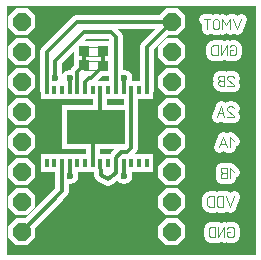
<source format=gbr>
%FSLAX34Y34*%
%MOMM*%
%LNSILK_TOP*%
G71*
G01*
%ADD10C, 0.00*%
%ADD11C, 0.91*%
%ADD12R, 1.10X1.60*%
%ADD13R, 5.80X3.80*%
%ADD14C, 1.15*%
%ADD15C, 1.40*%
%ADD16C, 0.90*%
%ADD17R, 1.70X1.70*%
%ADD18C, 0.11*%
%ADD19R, 0.30X0.80*%
%ADD20R, 5.00X3.00*%
%ADD21C, 0.35*%
%ADD22C, 0.60*%
%ADD23C, 0.10*%
%ADD24R, 0.90X0.90*%
%LPD*%
G54D10*
X0Y1000000D02*
X210000Y1000000D01*
X210000Y790000D01*
X0Y790000D01*
X0Y1000000D01*
G36*
X0Y1000000D02*
X210000Y1000000D01*
X210000Y790000D01*
X0Y790000D01*
X0Y1000000D01*
G37*
%LPC*%
G36*
X1200Y813473D02*
X7927Y820200D01*
X17473Y820200D01*
X24200Y813473D01*
X24200Y803927D01*
X17473Y797200D01*
X7927Y797200D01*
X1200Y803927D01*
X1200Y813473D01*
G37*
G36*
X1200Y838873D02*
X7927Y845600D01*
X17473Y845600D01*
X24200Y838873D01*
X24200Y829327D01*
X17473Y822600D01*
X7927Y822600D01*
X1200Y829327D01*
X1200Y838873D01*
G37*
G36*
X1200Y864273D02*
X7927Y871000D01*
X17473Y871000D01*
X24200Y864273D01*
X24200Y854727D01*
X17473Y848000D01*
X7927Y848000D01*
X1200Y854727D01*
X1200Y864273D01*
G37*
G36*
X1200Y889673D02*
X7927Y896400D01*
X17473Y896400D01*
X24200Y889673D01*
X24200Y880127D01*
X17473Y873400D01*
X7927Y873400D01*
X1200Y880127D01*
X1200Y889673D01*
G37*
G36*
X1200Y915073D02*
X7927Y921800D01*
X17473Y921800D01*
X24200Y915073D01*
X24200Y905527D01*
X17473Y898800D01*
X7927Y898800D01*
X1200Y905527D01*
X1200Y915073D01*
G37*
G36*
X1200Y940473D02*
X7927Y947200D01*
X17473Y947200D01*
X24200Y940473D01*
X24200Y930927D01*
X17473Y924200D01*
X7927Y924200D01*
X1200Y930927D01*
X1200Y940473D01*
G37*
G36*
X1200Y965873D02*
X7927Y972600D01*
X17473Y972600D01*
X24200Y965873D01*
X24200Y956327D01*
X17473Y949600D01*
X7927Y949600D01*
X1200Y956327D01*
X1200Y965873D01*
G37*
G36*
X1200Y991273D02*
X7927Y998000D01*
X17473Y998000D01*
X24200Y991273D01*
X24200Y981727D01*
X17473Y975000D01*
X7927Y975000D01*
X1200Y981727D01*
X1200Y991273D01*
G37*
G36*
X128200Y991273D02*
X134927Y998000D01*
X144473Y998000D01*
X151200Y991273D01*
X151200Y981727D01*
X144473Y975000D01*
X134927Y975000D01*
X128200Y981727D01*
X128200Y991273D01*
G37*
G36*
X128200Y965873D02*
X134927Y972600D01*
X144473Y972600D01*
X151200Y965873D01*
X151200Y956327D01*
X144473Y949600D01*
X134927Y949600D01*
X128200Y956327D01*
X128200Y965873D01*
G37*
G36*
X128200Y940473D02*
X134927Y947200D01*
X144473Y947200D01*
X151200Y940473D01*
X151200Y930927D01*
X144473Y924200D01*
X134927Y924200D01*
X128200Y930927D01*
X128200Y940473D01*
G37*
G36*
X128200Y915073D02*
X134927Y921800D01*
X144473Y921800D01*
X151200Y915073D01*
X151200Y905527D01*
X144473Y898800D01*
X134927Y898800D01*
X128200Y905527D01*
X128200Y915073D01*
G37*
G36*
X128200Y889673D02*
X134927Y896400D01*
X144473Y896400D01*
X151200Y889673D01*
X151200Y880127D01*
X144473Y873400D01*
X134927Y873400D01*
X128200Y880127D01*
X128200Y889673D01*
G37*
G36*
X128200Y864273D02*
X134927Y871000D01*
X144473Y871000D01*
X151200Y864273D01*
X151200Y854727D01*
X144473Y848000D01*
X134927Y848000D01*
X128200Y854727D01*
X128200Y864273D01*
G37*
G36*
X128200Y838873D02*
X134927Y845600D01*
X144473Y845600D01*
X151200Y838873D01*
X151200Y829327D01*
X144473Y822600D01*
X134927Y822600D01*
X128200Y829327D01*
X128200Y838873D01*
G37*
G36*
X128200Y813473D02*
X134927Y820200D01*
X144473Y820200D01*
X151200Y813473D01*
X151200Y803927D01*
X144473Y797200D01*
X134927Y797200D01*
X128200Y803927D01*
X128200Y813473D01*
G37*
G54D11*
X198000Y988889D02*
X194667Y980000D01*
X191333Y988889D01*
G54D11*
X188889Y980000D02*
X188889Y988889D01*
X185556Y983333D01*
X182222Y988889D01*
X182222Y980000D01*
G54D11*
X174445Y987222D02*
X174445Y981667D01*
X175111Y980556D01*
X176445Y980000D01*
X177778Y980000D01*
X179111Y980556D01*
X179778Y981667D01*
X179778Y987222D01*
X179111Y988333D01*
X177778Y988889D01*
X176445Y988889D01*
X175111Y988333D01*
X174445Y987222D01*
G54D11*
X169334Y980000D02*
X169334Y988889D01*
G54D11*
X172001Y988889D02*
X166668Y988889D01*
G54D11*
X191333Y962444D02*
X188667Y962444D01*
X188667Y959667D01*
X189333Y958556D01*
X190667Y958000D01*
X192000Y958000D01*
X193333Y958556D01*
X194000Y959667D01*
X194000Y965222D01*
X193333Y966333D01*
X192000Y966889D01*
X190667Y966889D01*
X189333Y966333D01*
X188667Y965222D01*
G54D11*
X186223Y958000D02*
X186223Y966889D01*
X180890Y958000D01*
X180890Y966889D01*
G54D11*
X178446Y958000D02*
X178446Y966889D01*
X175113Y966889D01*
X173779Y966333D01*
X173113Y965222D01*
X173113Y959667D01*
X173779Y958556D01*
X175113Y958000D01*
X178446Y958000D01*
G54D11*
X186667Y932000D02*
X192000Y932000D01*
X192000Y932556D01*
X191333Y933667D01*
X187333Y937000D01*
X186667Y938111D01*
X186667Y939222D01*
X187333Y940333D01*
X188667Y940889D01*
X190000Y940889D01*
X191333Y940333D01*
X192000Y939222D01*
G54D11*
X184223Y932000D02*
X184223Y940889D01*
X180890Y940889D01*
X179556Y940333D01*
X178890Y939222D01*
X178890Y938111D01*
X179556Y937000D01*
X180890Y936444D01*
X179556Y935889D01*
X178890Y934778D01*
X178890Y933667D01*
X179556Y932556D01*
X180890Y932000D01*
X184223Y932000D01*
G54D11*
X184223Y936444D02*
X180890Y936444D01*
G54D11*
X186667Y906000D02*
X192000Y906000D01*
X192000Y906556D01*
X191333Y907667D01*
X187333Y911000D01*
X186667Y912111D01*
X186667Y913222D01*
X187333Y914333D01*
X188667Y914889D01*
X190000Y914889D01*
X191333Y914333D01*
X192000Y913222D01*
G54D11*
X184223Y906000D02*
X180890Y914889D01*
X177556Y906000D01*
G54D11*
X182890Y909333D02*
X178890Y909333D01*
G54D11*
X192000Y885556D02*
X188667Y888889D01*
X188667Y880000D01*
G54D11*
X186223Y880000D02*
X182890Y888889D01*
X179556Y880000D01*
G54D11*
X184890Y883333D02*
X180890Y883333D01*
G54D11*
X192000Y859556D02*
X188667Y862889D01*
X188667Y854000D01*
G54D11*
X186223Y854000D02*
X186223Y862889D01*
X182890Y862889D01*
X181556Y862333D01*
X180890Y861222D01*
X180890Y860111D01*
X181556Y859000D01*
X182890Y858444D01*
X181556Y857889D01*
X180890Y856778D01*
X180890Y855667D01*
X181556Y854556D01*
X182890Y854000D01*
X186223Y854000D01*
G54D11*
X186223Y858444D02*
X182890Y858444D01*
G54D11*
X192000Y838889D02*
X188667Y830000D01*
X185333Y838889D01*
G54D11*
X182889Y830000D02*
X182889Y838889D01*
X179556Y838889D01*
X178222Y838333D01*
X177556Y837222D01*
X177556Y831667D01*
X178222Y830556D01*
X179556Y830000D01*
X182889Y830000D01*
G54D11*
X175112Y830000D02*
X175112Y838889D01*
X171779Y838889D01*
X170445Y838333D01*
X169779Y837222D01*
X169779Y831667D01*
X170445Y830556D01*
X171779Y830000D01*
X175112Y830000D01*
G54D11*
X189333Y808444D02*
X186667Y808444D01*
X186667Y805667D01*
X187333Y804556D01*
X188667Y804000D01*
X190000Y804000D01*
X191333Y804556D01*
X192000Y805667D01*
X192000Y811222D01*
X191333Y812333D01*
X190000Y812889D01*
X188667Y812889D01*
X187333Y812333D01*
X186667Y811222D01*
G54D11*
X184223Y804000D02*
X184223Y812889D01*
X178890Y804000D01*
X178890Y812889D01*
G54D11*
X176446Y804000D02*
X176446Y812889D01*
X173113Y812889D01*
X171779Y812333D01*
X171113Y811222D01*
X171113Y805667D01*
X171779Y804556D01*
X173113Y804000D01*
X176446Y804000D01*
X118250Y928750D02*
G54D12*
D03*
X111750Y928750D02*
G54D12*
D03*
X105250Y928750D02*
G54D12*
D03*
X98750Y928750D02*
G54D12*
D03*
X92250Y928750D02*
G54D12*
D03*
X85750Y928750D02*
G54D12*
D03*
X79250Y928750D02*
G54D12*
D03*
X72750Y928750D02*
G54D12*
D03*
X66250Y928750D02*
G54D12*
D03*
X59750Y928750D02*
G54D12*
D03*
X53250Y928750D02*
G54D12*
D03*
X46750Y928750D02*
G54D12*
D03*
X40250Y928750D02*
G54D12*
D03*
X33750Y928750D02*
G54D12*
D03*
X118250Y866750D02*
G54D12*
D03*
X111750Y866750D02*
G54D12*
D03*
X105250Y866750D02*
G54D12*
D03*
X98750Y866750D02*
G54D12*
D03*
X92250Y866750D02*
G54D12*
D03*
X85750Y866750D02*
G54D12*
D03*
X79250Y866750D02*
G54D12*
D03*
X72750Y866750D02*
G54D12*
D03*
X66250Y866750D02*
G54D12*
D03*
X59750Y866750D02*
G54D12*
D03*
X53250Y866750D02*
G54D12*
D03*
X46750Y866750D02*
G54D12*
D03*
X40250Y866750D02*
G54D12*
D03*
X33750Y866750D02*
G54D12*
D03*
X75750Y897750D02*
G54D13*
D03*
G54D14*
X118250Y928750D02*
X118250Y965050D01*
X139700Y986500D01*
G54D14*
X33750Y928750D02*
X33750Y961250D01*
X59000Y986500D01*
X139700Y986500D01*
G54D14*
X53250Y928750D02*
X53250Y938750D01*
X53500Y939000D01*
G54D14*
X98750Y928750D02*
X98750Y938750D01*
X99000Y939000D01*
X53500Y939000D02*
G54D15*
D03*
X99000Y939000D02*
G54D15*
D03*
G54D14*
X53250Y866750D02*
X53250Y856250D01*
X53500Y856000D01*
G54D14*
X98750Y866750D02*
X98750Y856250D01*
X99000Y856000D01*
X53500Y856000D02*
G54D15*
D03*
X99000Y856000D02*
G54D15*
D03*
G54D14*
X46750Y866750D02*
X46750Y842750D01*
X12700Y808700D01*
G54D14*
X92250Y928750D02*
X92250Y939750D01*
X92500Y973500D01*
X88000Y978000D01*
X65500Y978000D01*
X40500Y953500D01*
X40500Y939000D01*
X40500Y939000D02*
G54D15*
D03*
G54D14*
X79250Y928750D02*
X79250Y901250D01*
X75750Y897750D01*
G54D14*
X72750Y866750D02*
X72750Y894750D01*
X75750Y897750D01*
G54D14*
X92250Y866750D02*
X92000Y858000D01*
X86000Y853000D01*
X79500Y857000D01*
X79250Y866750D01*
G54D14*
X105250Y928750D02*
X105250Y879750D01*
X101500Y876000D01*
X96500Y876000D01*
X92000Y871500D01*
G54D16*
X65500Y957600D02*
X65500Y965400D01*
X81100Y965400D01*
X81100Y957600D01*
X65500Y957600D01*
X65000Y961500D02*
G54D17*
D03*
X81700Y961400D02*
G54D17*
D03*
G54D16*
X65500Y945600D02*
X65500Y953400D01*
X81100Y953400D01*
X81100Y945600D01*
X65500Y945600D01*
X65000Y949500D02*
G54D17*
D03*
X81700Y949400D02*
G54D17*
D03*
G54D14*
X59750Y928750D02*
X59750Y944250D01*
X65000Y949500D01*
X65000Y961500D01*
G54D14*
X66250Y928750D02*
X66250Y935750D01*
X69500Y939000D01*
X71300Y939000D01*
X81700Y949400D01*
X81700Y961400D01*
%LPD*%
G36*
X5200Y811812D02*
X9588Y816200D01*
X15812Y816200D01*
X20200Y811812D01*
X20200Y805588D01*
X15812Y801200D01*
X9588Y801200D01*
X5200Y805588D01*
X5200Y811812D01*
G37*
G36*
X5200Y837212D02*
X9588Y841600D01*
X15812Y841600D01*
X20200Y837212D01*
X20200Y830988D01*
X15812Y826600D01*
X9588Y826600D01*
X5200Y830988D01*
X5200Y837212D01*
G37*
G36*
X5200Y862612D02*
X9588Y867000D01*
X15812Y867000D01*
X20200Y862612D01*
X20200Y856388D01*
X15812Y852000D01*
X9588Y852000D01*
X5200Y856388D01*
X5200Y862612D01*
G37*
G36*
X5200Y888012D02*
X9588Y892400D01*
X15812Y892400D01*
X20200Y888012D01*
X20200Y881788D01*
X15812Y877400D01*
X9588Y877400D01*
X5200Y881788D01*
X5200Y888012D01*
G37*
G36*
X5200Y913412D02*
X9588Y917800D01*
X15812Y917800D01*
X20200Y913412D01*
X20200Y907188D01*
X15812Y902800D01*
X9588Y902800D01*
X5200Y907188D01*
X5200Y913412D01*
G37*
G36*
X5200Y938812D02*
X9588Y943200D01*
X15812Y943200D01*
X20200Y938812D01*
X20200Y932588D01*
X15812Y928200D01*
X9588Y928200D01*
X5200Y932588D01*
X5200Y938812D01*
G37*
G36*
X5200Y964212D02*
X9588Y968600D01*
X15812Y968600D01*
X20200Y964212D01*
X20200Y957988D01*
X15812Y953600D01*
X9588Y953600D01*
X5200Y957988D01*
X5200Y964212D01*
G37*
G36*
X5200Y989612D02*
X9588Y994000D01*
X15812Y994000D01*
X20200Y989612D01*
X20200Y983388D01*
X15812Y979000D01*
X9588Y979000D01*
X5200Y983388D01*
X5200Y989612D01*
G37*
G36*
X132200Y989612D02*
X136588Y994000D01*
X142812Y994000D01*
X147200Y989612D01*
X147200Y983388D01*
X142812Y979000D01*
X136588Y979000D01*
X132200Y983388D01*
X132200Y989612D01*
G37*
G36*
X132200Y964212D02*
X136588Y968600D01*
X142812Y968600D01*
X147200Y964212D01*
X147200Y957988D01*
X142812Y953600D01*
X136588Y953600D01*
X132200Y957988D01*
X132200Y964212D01*
G37*
G36*
X132200Y938812D02*
X136588Y943200D01*
X142812Y943200D01*
X147200Y938812D01*
X147200Y932588D01*
X142812Y928200D01*
X136588Y928200D01*
X132200Y932588D01*
X132200Y938812D01*
G37*
G36*
X132200Y913412D02*
X136588Y917800D01*
X142812Y917800D01*
X147200Y913412D01*
X147200Y907188D01*
X142812Y902800D01*
X136588Y902800D01*
X132200Y907188D01*
X132200Y913412D01*
G37*
G36*
X132200Y888012D02*
X136588Y892400D01*
X142812Y892400D01*
X147200Y888012D01*
X147200Y881788D01*
X142812Y877400D01*
X136588Y877400D01*
X132200Y881788D01*
X132200Y888012D01*
G37*
G36*
X132200Y862612D02*
X136588Y867000D01*
X142812Y867000D01*
X147200Y862612D01*
X147200Y856388D01*
X142812Y852000D01*
X136588Y852000D01*
X132200Y856388D01*
X132200Y862612D01*
G37*
G36*
X132200Y837212D02*
X136588Y841600D01*
X142812Y841600D01*
X147200Y837212D01*
X147200Y830988D01*
X142812Y826600D01*
X136588Y826600D01*
X132200Y830988D01*
X132200Y837212D01*
G37*
G36*
X132200Y811812D02*
X136588Y816200D01*
X142812Y816200D01*
X147200Y811812D01*
X147200Y805588D01*
X142812Y801200D01*
X136588Y801200D01*
X132200Y805588D01*
X132200Y811812D01*
G37*
G54D18*
X198000Y988889D02*
X194667Y980000D01*
X191333Y988889D01*
G54D18*
X188889Y980000D02*
X188889Y988889D01*
X185556Y983333D01*
X182222Y988889D01*
X182222Y980000D01*
G54D18*
X174445Y987222D02*
X174445Y981667D01*
X175111Y980556D01*
X176445Y980000D01*
X177778Y980000D01*
X179111Y980556D01*
X179778Y981667D01*
X179778Y987222D01*
X179111Y988333D01*
X177778Y988889D01*
X176445Y988889D01*
X175111Y988333D01*
X174445Y987222D01*
G54D18*
X169334Y980000D02*
X169334Y988889D01*
G54D18*
X172001Y988889D02*
X166668Y988889D01*
G54D18*
X191333Y962444D02*
X188667Y962444D01*
X188667Y959667D01*
X189333Y958556D01*
X190667Y958000D01*
X192000Y958000D01*
X193333Y958556D01*
X194000Y959667D01*
X194000Y965222D01*
X193333Y966333D01*
X192000Y966889D01*
X190667Y966889D01*
X189333Y966333D01*
X188667Y965222D01*
G54D18*
X186223Y958000D02*
X186223Y966889D01*
X180890Y958000D01*
X180890Y966889D01*
G54D18*
X178446Y958000D02*
X178446Y966889D01*
X175113Y966889D01*
X173779Y966333D01*
X173113Y965222D01*
X173113Y959667D01*
X173779Y958556D01*
X175113Y958000D01*
X178446Y958000D01*
G54D18*
X186667Y932000D02*
X192000Y932000D01*
X192000Y932556D01*
X191333Y933667D01*
X187333Y937000D01*
X186667Y938111D01*
X186667Y939222D01*
X187333Y940333D01*
X188667Y940889D01*
X190000Y940889D01*
X191333Y940333D01*
X192000Y939222D01*
G54D18*
X184223Y932000D02*
X184223Y940889D01*
X180890Y940889D01*
X179556Y940333D01*
X178890Y939222D01*
X178890Y938111D01*
X179556Y937000D01*
X180890Y936444D01*
X179556Y935889D01*
X178890Y934778D01*
X178890Y933667D01*
X179556Y932556D01*
X180890Y932000D01*
X184223Y932000D01*
G54D18*
X184223Y936444D02*
X180890Y936444D01*
G54D18*
X186667Y906000D02*
X192000Y906000D01*
X192000Y906556D01*
X191333Y907667D01*
X187333Y911000D01*
X186667Y912111D01*
X186667Y913222D01*
X187333Y914333D01*
X188667Y914889D01*
X190000Y914889D01*
X191333Y914333D01*
X192000Y913222D01*
G54D18*
X184223Y906000D02*
X180890Y914889D01*
X177556Y906000D01*
G54D18*
X182890Y909333D02*
X178890Y909333D01*
G54D18*
X192000Y885556D02*
X188667Y888889D01*
X188667Y880000D01*
G54D18*
X186223Y880000D02*
X182890Y888889D01*
X179556Y880000D01*
G54D18*
X184890Y883333D02*
X180890Y883333D01*
G54D18*
X192000Y859556D02*
X188667Y862889D01*
X188667Y854000D01*
G54D18*
X186223Y854000D02*
X186223Y862889D01*
X182890Y862889D01*
X181556Y862333D01*
X180890Y861222D01*
X180890Y860111D01*
X181556Y859000D01*
X182890Y858444D01*
X181556Y857889D01*
X180890Y856778D01*
X180890Y855667D01*
X181556Y854556D01*
X182890Y854000D01*
X186223Y854000D01*
G54D18*
X186223Y858444D02*
X182890Y858444D01*
G54D18*
X192000Y838889D02*
X188667Y830000D01*
X185333Y838889D01*
G54D18*
X182889Y830000D02*
X182889Y838889D01*
X179556Y838889D01*
X178222Y838333D01*
X177556Y837222D01*
X177556Y831667D01*
X178222Y830556D01*
X179556Y830000D01*
X182889Y830000D01*
G54D18*
X175112Y830000D02*
X175112Y838889D01*
X171779Y838889D01*
X170445Y838333D01*
X169779Y837222D01*
X169779Y831667D01*
X170445Y830556D01*
X171779Y830000D01*
X175112Y830000D01*
G54D18*
X189333Y808444D02*
X186667Y808444D01*
X186667Y805667D01*
X187333Y804556D01*
X188667Y804000D01*
X190000Y804000D01*
X191333Y804556D01*
X192000Y805667D01*
X192000Y811222D01*
X191333Y812333D01*
X190000Y812889D01*
X188667Y812889D01*
X187333Y812333D01*
X186667Y811222D01*
G54D18*
X184223Y804000D02*
X184223Y812889D01*
X178890Y804000D01*
X178890Y812889D01*
G54D18*
X176446Y804000D02*
X176446Y812889D01*
X173113Y812889D01*
X171779Y812333D01*
X171113Y811222D01*
X171113Y805667D01*
X171779Y804556D01*
X173113Y804000D01*
X176446Y804000D01*
X118250Y928750D02*
G54D19*
D03*
X111750Y928750D02*
G54D19*
D03*
X105250Y928750D02*
G54D19*
D03*
X98750Y928750D02*
G54D19*
D03*
X92250Y928750D02*
G54D19*
D03*
X85750Y928750D02*
G54D19*
D03*
X79250Y928750D02*
G54D19*
D03*
X72750Y928750D02*
G54D19*
D03*
X66250Y928750D02*
G54D19*
D03*
X59750Y928750D02*
G54D19*
D03*
X53250Y928750D02*
G54D19*
D03*
X46750Y928750D02*
G54D19*
D03*
X40250Y928750D02*
G54D19*
D03*
X33750Y928750D02*
G54D19*
D03*
X118250Y866750D02*
G54D19*
D03*
X111750Y866750D02*
G54D19*
D03*
X105250Y866750D02*
G54D19*
D03*
X98750Y866750D02*
G54D19*
D03*
X92250Y866750D02*
G54D19*
D03*
X85750Y866750D02*
G54D19*
D03*
X79250Y866750D02*
G54D19*
D03*
X72750Y866750D02*
G54D19*
D03*
X66250Y866750D02*
G54D19*
D03*
X59750Y866750D02*
G54D19*
D03*
X53250Y866750D02*
G54D19*
D03*
X46750Y866750D02*
G54D19*
D03*
X40250Y866750D02*
G54D19*
D03*
X33750Y866750D02*
G54D19*
D03*
X75750Y897750D02*
G54D20*
D03*
G54D21*
X118250Y928750D02*
X118250Y965050D01*
X139700Y986500D01*
G54D21*
X33750Y928750D02*
X33750Y961250D01*
X59000Y986500D01*
X139700Y986500D01*
G54D21*
X53250Y928750D02*
X53250Y938750D01*
X53500Y939000D01*
G54D21*
X98750Y928750D02*
X98750Y938750D01*
X99000Y939000D01*
X53500Y939000D02*
G54D22*
D03*
X99000Y939000D02*
G54D22*
D03*
G54D21*
X53250Y866750D02*
X53250Y856250D01*
X53500Y856000D01*
G54D21*
X98750Y866750D02*
X98750Y856250D01*
X99000Y856000D01*
X53500Y856000D02*
G54D22*
D03*
X99000Y856000D02*
G54D22*
D03*
G54D21*
X46750Y866750D02*
X46750Y842750D01*
X12700Y808700D01*
G54D21*
X92250Y928750D02*
X92250Y939750D01*
X92500Y973500D01*
X88000Y978000D01*
X65500Y978000D01*
X40500Y953500D01*
X40500Y939000D01*
X40500Y939000D02*
G54D22*
D03*
G54D21*
X79250Y928750D02*
X79250Y901250D01*
X75750Y897750D01*
G54D21*
X72750Y866750D02*
X72750Y894750D01*
X75750Y897750D01*
G54D21*
X92250Y866750D02*
X92000Y858000D01*
X86000Y853000D01*
X79500Y857000D01*
X79250Y866750D01*
G54D21*
X105250Y928750D02*
X105250Y879750D01*
X101500Y876000D01*
X96500Y876000D01*
X92000Y871500D01*
G54D23*
X65500Y957600D02*
X65500Y965400D01*
X81100Y965400D01*
X81100Y957600D01*
X65500Y957600D01*
X65000Y961500D02*
G54D24*
D03*
X81700Y961400D02*
G54D24*
D03*
G54D23*
X65500Y945600D02*
X65500Y953400D01*
X81100Y953400D01*
X81100Y945600D01*
X65500Y945600D01*
X65000Y949500D02*
G54D24*
D03*
X81700Y949400D02*
G54D24*
D03*
G54D21*
X59750Y928750D02*
X59750Y944250D01*
X65000Y949500D01*
X65000Y961500D01*
G54D21*
X66250Y928750D02*
X66250Y935750D01*
X69500Y939000D01*
X71300Y939000D01*
X81700Y949400D01*
X81700Y961400D01*
M02*

</source>
